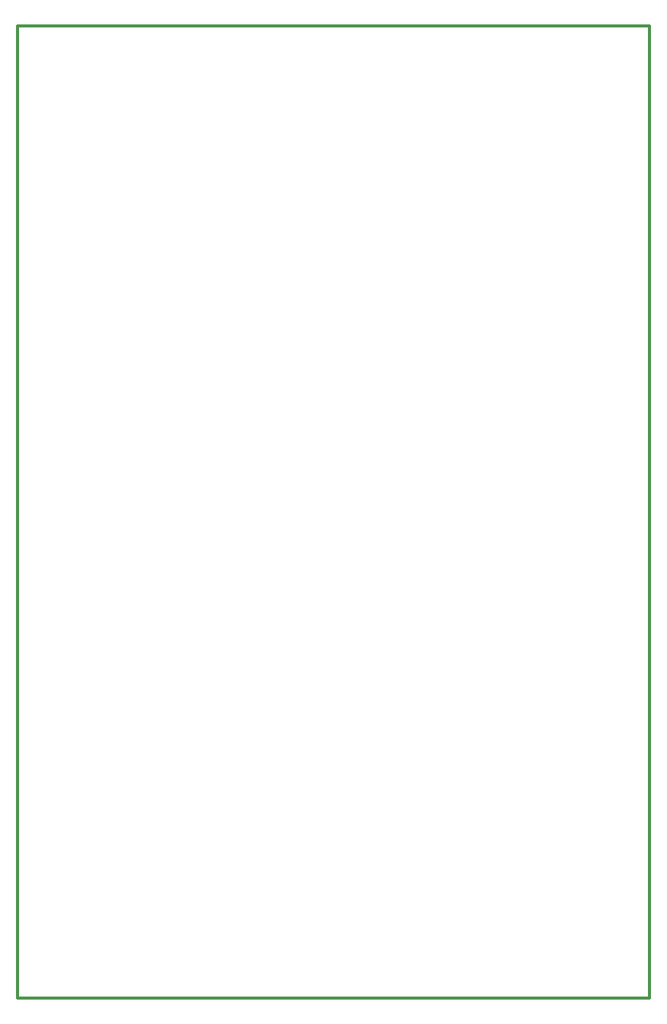
<source format=gko>
G04*
G04 #@! TF.GenerationSoftware,Altium Limited,Altium Designer,20.0.13 (296)*
G04*
G04 Layer_Color=16711935*
%FSLAX44Y44*%
%MOMM*%
G71*
G01*
G75*
%ADD17C,0.3000*%
D17*
X0Y1080000D02*
X702500D01*
X702500Y0D01*
X0D02*
X702500D01*
X0D02*
Y1080000D01*
M02*

</source>
